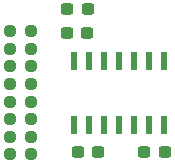
<source format=gtp>
G04 #@! TF.GenerationSoftware,KiCad,Pcbnew,(7.0.0)*
G04 #@! TF.CreationDate,2023-10-24T10:40:17-04:00*
G04 #@! TF.ProjectId,Adc Adapter,41646320-4164-4617-9074-65722e6b6963,rev?*
G04 #@! TF.SameCoordinates,Original*
G04 #@! TF.FileFunction,Paste,Top*
G04 #@! TF.FilePolarity,Positive*
%FSLAX46Y46*%
G04 Gerber Fmt 4.6, Leading zero omitted, Abs format (unit mm)*
G04 Created by KiCad (PCBNEW (7.0.0)) date 2023-10-24 10:40:17*
%MOMM*%
%LPD*%
G01*
G04 APERTURE LIST*
G04 Aperture macros list*
%AMRoundRect*
0 Rectangle with rounded corners*
0 $1 Rounding radius*
0 $2 $3 $4 $5 $6 $7 $8 $9 X,Y pos of 4 corners*
0 Add a 4 corners polygon primitive as box body*
4,1,4,$2,$3,$4,$5,$6,$7,$8,$9,$2,$3,0*
0 Add four circle primitives for the rounded corners*
1,1,$1+$1,$2,$3*
1,1,$1+$1,$4,$5*
1,1,$1+$1,$6,$7*
1,1,$1+$1,$8,$9*
0 Add four rect primitives between the rounded corners*
20,1,$1+$1,$2,$3,$4,$5,0*
20,1,$1+$1,$4,$5,$6,$7,0*
20,1,$1+$1,$6,$7,$8,$9,0*
20,1,$1+$1,$8,$9,$2,$3,0*%
G04 Aperture macros list end*
%ADD10RoundRect,0.237500X-0.250000X-0.237500X0.250000X-0.237500X0.250000X0.237500X-0.250000X0.237500X0*%
%ADD11RoundRect,0.237500X-0.300000X-0.237500X0.300000X-0.237500X0.300000X0.237500X-0.300000X0.237500X0*%
%ADD12RoundRect,0.237500X0.250000X0.237500X-0.250000X0.237500X-0.250000X-0.237500X0.250000X-0.237500X0*%
%ADD13R,0.550000X1.500000*%
G04 APERTURE END LIST*
D10*
X114786400Y-73188284D03*
X116611400Y-73188284D03*
D11*
X119609700Y-62915800D03*
X121334700Y-62915800D03*
D10*
X114786400Y-64240232D03*
X116611400Y-64240232D03*
D12*
X116611400Y-71696942D03*
X114786400Y-71696942D03*
D11*
X126162900Y-72999600D03*
X127887900Y-72999600D03*
X120549500Y-72999600D03*
X122274500Y-72999600D03*
D10*
X114786400Y-67222916D03*
X116611400Y-67222916D03*
D13*
X127838199Y-65270399D03*
X126568199Y-65270399D03*
X125298199Y-65270399D03*
X124028199Y-65270399D03*
X122758199Y-65270399D03*
X121488199Y-65270399D03*
X120218199Y-65270399D03*
X120218199Y-70670399D03*
X121488199Y-70670399D03*
X122758199Y-70670399D03*
X124028199Y-70670399D03*
X125298199Y-70670399D03*
X126568199Y-70670399D03*
X127838199Y-70670399D03*
D10*
X114786400Y-70205600D03*
X116611400Y-70205600D03*
D12*
X116611400Y-62748890D03*
X114786400Y-62748890D03*
X116611400Y-68714258D03*
X114786400Y-68714258D03*
X116611400Y-65731574D03*
X114786400Y-65731574D03*
D11*
X119635100Y-60909200D03*
X121360100Y-60909200D03*
M02*

</source>
